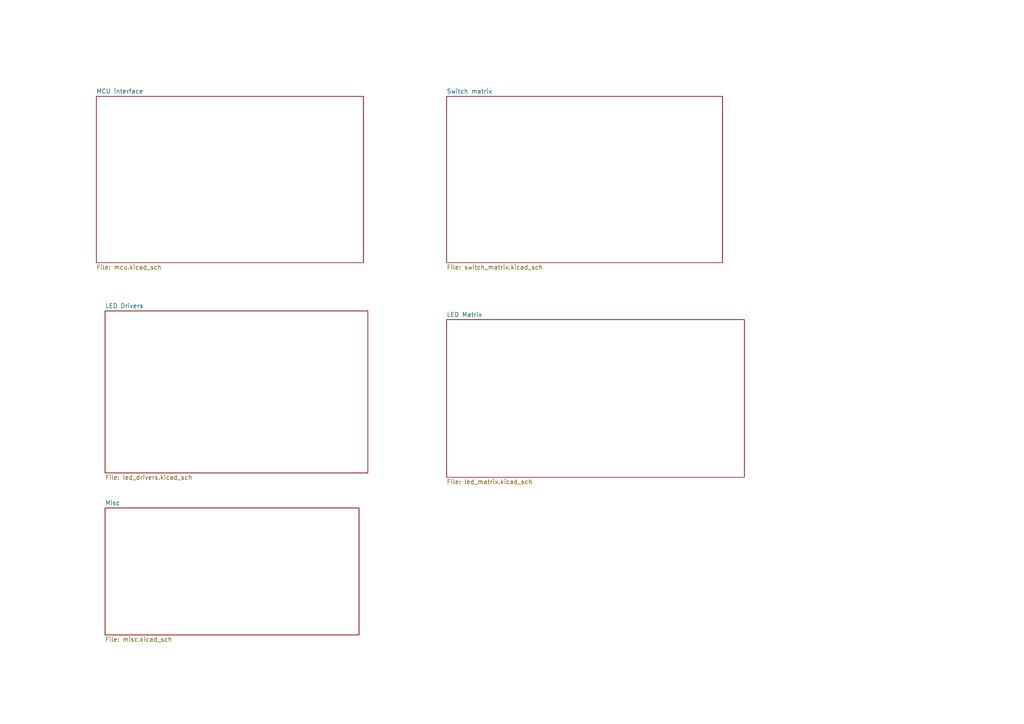
<source format=kicad_sch>
(kicad_sch (version 20211123) (generator eeschema)
  (paper "A4")
  (lib_symbols)
  (sheet (at 30.48 147.32) (size 73.66 36.83) (stroke (width 0.1524))
    (property "Sheet name" "Misc" (at 30.48 146.6084 0) (effects (justify left bottom)))
    (property "Sheet file" "misc.kicad_sch" (at 30.48 184.7346 0) (effects (justify left top)))
  )
  (sheet (at 129.54 92.71) (size 86.36 45.72) (stroke (width 0.1524))
    (property "Sheet name" "LED Matrix" (at 129.54 91.9984 0) (effects (justify left bottom)))
    (property "Sheet file" "led_matrix.kicad_sch" (at 129.54 139.0146 0) (effects (justify left top)))
  )
  (sheet (at 30.48 90.17) (size 76.2 46.99) (stroke (width 0.1524))
    (property "Sheet name" "LED Drivers" (at 30.48 89.4584 0) (effects (justify left bottom)))
    (property "Sheet file" "led_drivers.kicad_sch" (at 30.48 137.7446 0) (effects (justify left top)))
  )
  (sheet (at 27.94 27.94) (size 77.47 48.26) (stroke (width 0.1524))
    (property "Sheet name" "MCU interface" (at 27.94 27.2284 0) (effects (justify left bottom)))
    (property "Sheet file" "mcu.kicad_sch" (at 27.94 76.7846 0) (effects (justify left top)))
  )
  (sheet (at 129.54 27.94) (size 80.01 48.26) (stroke (width 0.1524))
    (property "Sheet name" "Switch matrix" (at 129.54 27.2284 0) (effects (justify left bottom)))
    (property "Sheet file" "switch_matrix.kicad_sch" (at 129.54 76.7846 0) (effects (justify left top)))
  )
)
</source>
